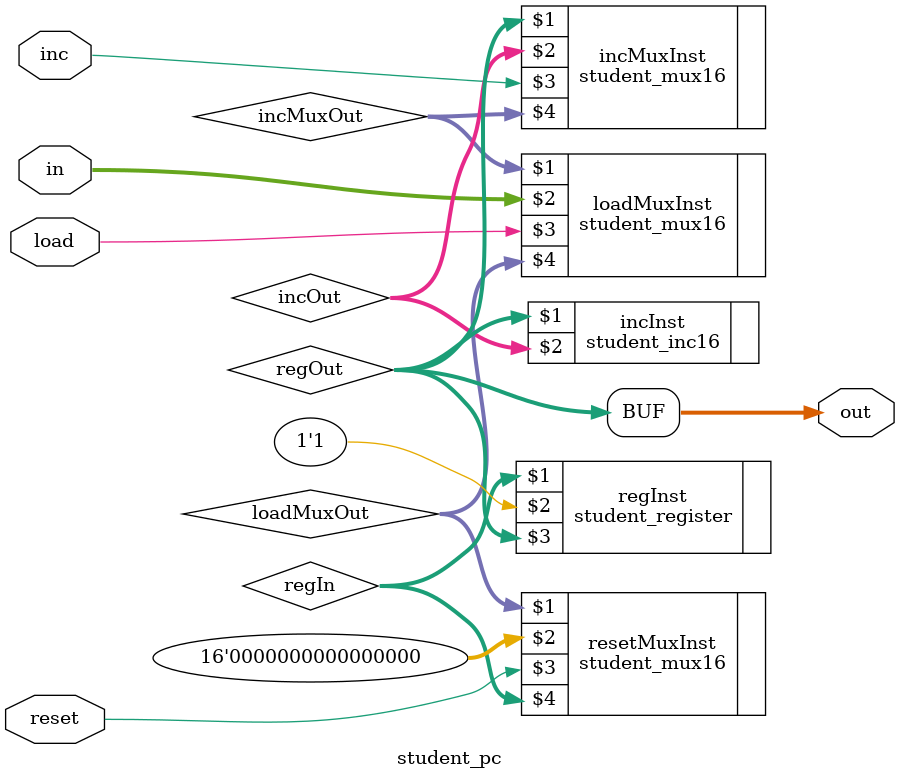
<source format=v>
module student_pc (input [15:0] in, input reset, load, inc, output [15:0] out);
    wire [15:0] regOut, incOut, incMuxOut, loadMuxOut, regIn;

    student_inc16 incInst(regOut, incOut);
    student_mux16 incMuxInst (regOut, incOut, inc, incMuxOut);
    student_mux16 loadMuxInst (incMuxOut, in, load, loadMuxOut);
    student_mux16 resetMuxInst (loadMuxOut, 16'h0000, reset, regIn);
    student_register regInst (regIn, 1'b1, regOut);
    assign out = regOut; //must be regOut, as register out(t) must first populate the register before it can become a valid output (ie regIn is the next PC value, not the current one, whereas regOut is)
    

endmodule
</source>
